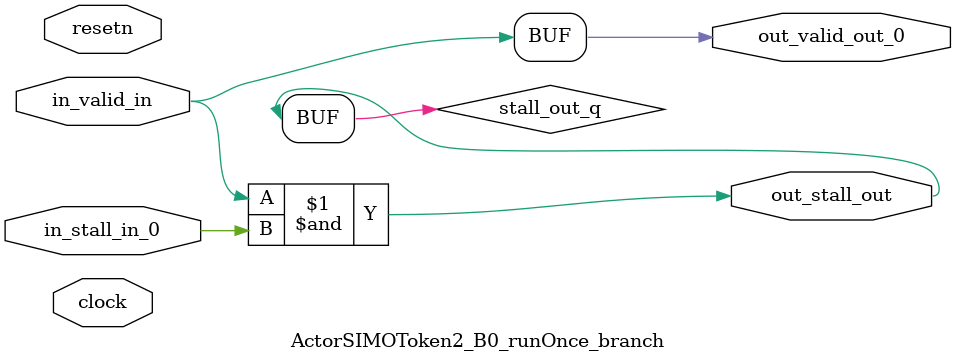
<source format=sv>



(* altera_attribute = "-name AUTO_SHIFT_REGISTER_RECOGNITION OFF; -name MESSAGE_DISABLE 10036; -name MESSAGE_DISABLE 10037; -name MESSAGE_DISABLE 14130; -name MESSAGE_DISABLE 14320; -name MESSAGE_DISABLE 15400; -name MESSAGE_DISABLE 14130; -name MESSAGE_DISABLE 10036; -name MESSAGE_DISABLE 12020; -name MESSAGE_DISABLE 12030; -name MESSAGE_DISABLE 12010; -name MESSAGE_DISABLE 12110; -name MESSAGE_DISABLE 14320; -name MESSAGE_DISABLE 13410; -name MESSAGE_DISABLE 113007; -name MESSAGE_DISABLE 10958" *)
module ActorSIMOToken2_B0_runOnce_branch (
    input wire [0:0] in_stall_in_0,
    input wire [0:0] in_valid_in,
    output wire [0:0] out_stall_out,
    output wire [0:0] out_valid_out_0,
    input wire clock,
    input wire resetn
    );

    wire [0:0] stall_out_q;


    // stall_out(LOGICAL,6)
    assign stall_out_q = in_valid_in & in_stall_in_0;

    // out_stall_out(GPOUT,4)
    assign out_stall_out = stall_out_q;

    // out_valid_out_0(GPOUT,5)
    assign out_valid_out_0 = in_valid_in;

endmodule

</source>
